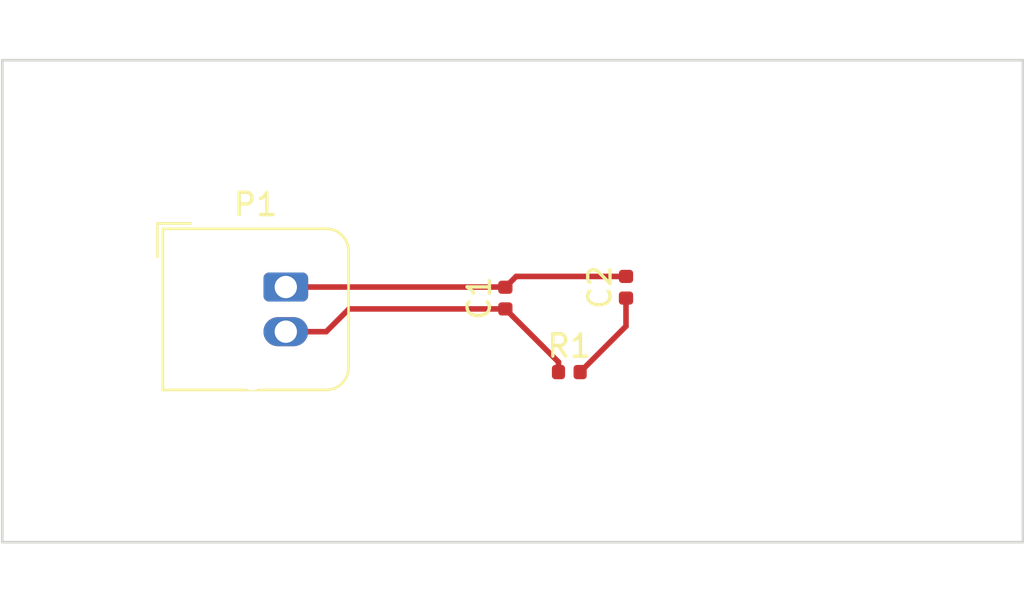
<source format=kicad_pcb>
(kicad_pcb (version 20171130) (host pcbnew 5.1.6+dfsg1-1)

  (general
    (thickness 1.6)
    (drawings 6)
    (tracks 44)
    (zones 0)
    (modules 4)
    (nets 4)
  )

  (page A4)
  (layers
    (0 F.Cu signal)
    (1 GND.Cu signal)
    (2 Signal1.Cu signal)
    (3 Signal2.Cu signal)
    (4 Power.Cu signal)
    (31 B.Cu signal)
    (32 B.Adhes user)
    (33 F.Adhes user)
    (34 B.Paste user)
    (35 F.Paste user)
    (36 B.SilkS user)
    (37 F.SilkS user)
    (38 B.Mask user)
    (39 F.Mask user)
    (40 Dwgs.User user)
    (41 Cmts.User user)
    (42 Eco1.User user)
    (43 Eco2.User user)
    (44 Edge.Cuts user)
    (45 Margin user)
    (46 B.CrtYd user)
    (47 F.CrtYd user)
    (48 B.Fab user)
    (49 F.Fab user)
  )

  (setup
    (last_trace_width 0.25)
    (trace_clearance 0.2)
    (zone_clearance 0.508)
    (zone_45_only no)
    (trace_min 0.2)
    (via_size 0.8)
    (via_drill 0.4)
    (via_min_size 0.4)
    (via_min_drill 0.3)
    (uvia_size 0.3)
    (uvia_drill 0.1)
    (uvias_allowed no)
    (uvia_min_size 0.2)
    (uvia_min_drill 0.1)
    (edge_width 0.05)
    (segment_width 0.2)
    (pcb_text_width 0.3)
    (pcb_text_size 1.5 1.5)
    (mod_edge_width 0.12)
    (mod_text_size 1 1)
    (mod_text_width 0.15)
    (pad_size 1.524 1.524)
    (pad_drill 0.762)
    (pad_to_mask_clearance 0.051)
    (solder_mask_min_width 0.25)
    (aux_axis_origin 0 0)
    (visible_elements FFFFFF7F)
    (pcbplotparams
      (layerselection 0x010fc_ffffffff)
      (usegerberextensions false)
      (usegerberattributes false)
      (usegerberadvancedattributes false)
      (creategerberjobfile false)
      (excludeedgelayer true)
      (linewidth 0.100000)
      (plotframeref false)
      (viasonmask false)
      (mode 1)
      (useauxorigin false)
      (hpglpennumber 1)
      (hpglpenspeed 20)
      (hpglpendiameter 15.000000)
      (psnegative false)
      (psa4output false)
      (plotreference true)
      (plotvalue true)
      (plotinvisibletext false)
      (padsonsilk false)
      (subtractmaskfromsilk false)
      (outputformat 1)
      (mirror false)
      (drillshape 1)
      (scaleselection 1)
      (outputdirectory ""))
  )

  (net 0 "")
  (net 1 /Power/VCC)
  (net 2 GND)
  (net 3 "Net-(C2-Pad1)")

  (net_class Default "This is the default net class."
    (clearance 0.2)
    (trace_width 0.25)
    (via_dia 0.8)
    (via_drill 0.4)
    (uvia_dia 0.3)
    (uvia_drill 0.1)
    (add_net /Power/VCC)
    (add_net GND)
    (add_net "Net-(C2-Pad1)")
  )

  (module Capacitor_SMD:C_0402_1005Metric (layer F.Cu) (tedit 5B301BBE) (tstamp 5CA72801)
    (at 164.775001 80.505001 90)
    (descr "Capacitor SMD 0402 (1005 Metric), square (rectangular) end terminal, IPC_7351 nominal, (Body size source: http://www.tortai-tech.com/upload/download/2011102023233369053.pdf), generated with kicad-footprint-generator")
    (tags capacitor)
    (path /5CA71704/5CA745A6)
    (attr smd)
    (fp_text reference C1 (at 0 -1.17 90) (layer F.SilkS)
      (effects (font (size 1 1) (thickness 0.15)))
    )
    (fp_text value C (at 0 1.17 90) (layer F.Fab)
      (effects (font (size 1 1) (thickness 0.15)))
    )
    (fp_line (start 0.93 0.47) (end -0.93 0.47) (layer F.CrtYd) (width 0.05))
    (fp_line (start 0.93 -0.47) (end 0.93 0.47) (layer F.CrtYd) (width 0.05))
    (fp_line (start -0.93 -0.47) (end 0.93 -0.47) (layer F.CrtYd) (width 0.05))
    (fp_line (start -0.93 0.47) (end -0.93 -0.47) (layer F.CrtYd) (width 0.05))
    (fp_line (start 0.5 0.25) (end -0.5 0.25) (layer F.Fab) (width 0.1))
    (fp_line (start 0.5 -0.25) (end 0.5 0.25) (layer F.Fab) (width 0.1))
    (fp_line (start -0.5 -0.25) (end 0.5 -0.25) (layer F.Fab) (width 0.1))
    (fp_line (start -0.5 0.25) (end -0.5 -0.25) (layer F.Fab) (width 0.1))
    (fp_text user %R (at 0 0 90) (layer F.Fab)
      (effects (font (size 0.25 0.25) (thickness 0.04)))
    )
    (pad 1 smd roundrect (at -0.485 0 90) (size 0.59 0.64) (layers F.Cu F.Paste F.Mask) (roundrect_rratio 0.25)
      (net 1 /Power/VCC))
    (pad 2 smd roundrect (at 0.485 0 90) (size 0.59 0.64) (layers F.Cu F.Paste F.Mask) (roundrect_rratio 0.25)
      (net 2 GND))
    (model ${KIPRJMOD}/3D/C_0402_1005Metric.wrl
      (at (xyz 0 0 0))
      (scale (xyz 1 1 1))
      (rotate (xyz 0 0 0))
    )
  )

  (module Capacitor_SMD:C_0402_1005Metric (layer F.Cu) (tedit 5B301BBE) (tstamp 5CA72810)
    (at 170.18 80.020001 90)
    (descr "Capacitor SMD 0402 (1005 Metric), square (rectangular) end terminal, IPC_7351 nominal, (Body size source: http://www.tortai-tech.com/upload/download/2011102023233369053.pdf), generated with kicad-footprint-generator")
    (tags capacitor)
    (path /5CA75BC1/5CA76352)
    (attr smd)
    (fp_text reference C2 (at 0 -1.17 90) (layer F.SilkS)
      (effects (font (size 1 1) (thickness 0.15)))
    )
    (fp_text value C (at 0 1.17 90) (layer F.Fab)
      (effects (font (size 1 1) (thickness 0.15)))
    )
    (fp_line (start -0.5 0.25) (end -0.5 -0.25) (layer F.Fab) (width 0.1))
    (fp_line (start -0.5 -0.25) (end 0.5 -0.25) (layer F.Fab) (width 0.1))
    (fp_line (start 0.5 -0.25) (end 0.5 0.25) (layer F.Fab) (width 0.1))
    (fp_line (start 0.5 0.25) (end -0.5 0.25) (layer F.Fab) (width 0.1))
    (fp_line (start -0.93 0.47) (end -0.93 -0.47) (layer F.CrtYd) (width 0.05))
    (fp_line (start -0.93 -0.47) (end 0.93 -0.47) (layer F.CrtYd) (width 0.05))
    (fp_line (start 0.93 -0.47) (end 0.93 0.47) (layer F.CrtYd) (width 0.05))
    (fp_line (start 0.93 0.47) (end -0.93 0.47) (layer F.CrtYd) (width 0.05))
    (fp_text user %R (at 0 0 90) (layer F.Fab)
      (effects (font (size 0.25 0.25) (thickness 0.04)))
    )
    (pad 2 smd roundrect (at 0.485 0 90) (size 0.59 0.64) (layers F.Cu F.Paste F.Mask) (roundrect_rratio 0.25)
      (net 2 GND))
    (pad 1 smd roundrect (at -0.485 0 90) (size 0.59 0.64) (layers F.Cu F.Paste F.Mask) (roundrect_rratio 0.25)
      (net 3 "Net-(C2-Pad1)"))
    (model ${KIPRJMOD}/3D/C_0402_1005Metric.wrl
      (at (xyz 0 0 0))
      (scale (xyz 1 1 1))
      (rotate (xyz 0 0 0))
    )
  )

  (module Connector_JST:JST_JWPF_B02B-JWPF-SK-R_1x02_P2.00mm_Vertical (layer F.Cu) (tedit 5B772B89) (tstamp 5CA7282D)
    (at 154.94 80.01)
    (descr "JST JWPF series connector, B02B-JWPF-SK-R (http://www.jst-mfg.com/product/pdf/eng/eJWPF1.pdf), generated with kicad-footprint-generator")
    (tags "connector JST JWPF side entry")
    (path /5CA71704/5CA714F2)
    (fp_text reference P1 (at -1.35 -3.7) (layer F.SilkS)
      (effects (font (size 1 1) (thickness 0.15)))
    )
    (fp_text value CONN_01X02 (at -1.35 5.7) (layer F.Fab)
      (effects (font (size 1 1) (thickness 0.15)))
    )
    (fp_line (start 0 -1.15) (end -0.375 -1.9) (layer F.Fab) (width 0.1))
    (fp_line (start 0.375 -1.9) (end 0 -1.15) (layer F.Fab) (width 0.1))
    (fp_line (start -0.375 -1.9) (end 0.375 -1.9) (layer F.Fab) (width 0.1))
    (fp_line (start -5.75 -2.85) (end -4.25 -2.85) (layer F.SilkS) (width 0.12))
    (fp_line (start -5.75 -1.35) (end -5.75 -2.85) (layer F.SilkS) (width 0.12))
    (fp_line (start 2.81 -1.61) (end 2.81 3.61) (layer F.SilkS) (width 0.12))
    (fp_line (start -5.51 4.61) (end 1.81 4.61) (layer F.SilkS) (width 0.12))
    (fp_line (start -5.51 -2.61) (end -5.51 4.61) (layer F.SilkS) (width 0.12))
    (fp_line (start 1.81 -2.61) (end -5.51 -2.61) (layer F.SilkS) (width 0.12))
    (fp_line (start 2.7 -1.5) (end 2.7 3.5) (layer F.Fab) (width 0.1))
    (fp_line (start -5.4 4.5) (end 1.7 4.5) (layer F.Fab) (width 0.1))
    (fp_line (start -5.4 -2.5) (end -5.4 4.5) (layer F.Fab) (width 0.1))
    (fp_line (start 1.7 -2.5) (end -5.4 -2.5) (layer F.Fab) (width 0.1))
    (fp_line (start 3.2 -3) (end -5.9 -3) (layer F.CrtYd) (width 0.05))
    (fp_line (start 3.2 5) (end 3.2 -3) (layer F.CrtYd) (width 0.05))
    (fp_line (start -5.9 5) (end 3.2 5) (layer F.CrtYd) (width 0.05))
    (fp_line (start -5.9 -3) (end -5.9 5) (layer F.CrtYd) (width 0.05))
    (fp_arc (start 1.7 -1.5) (end 1.7 -2.5) (angle 90) (layer F.Fab) (width 0.1))
    (fp_arc (start 1.7 3.5) (end 2.7 3.5) (angle 90) (layer F.Fab) (width 0.1))
    (fp_arc (start 1.81 -1.61) (end 1.81 -2.61) (angle 90) (layer F.SilkS) (width 0.12))
    (fp_arc (start 1.81 3.61) (end 2.81 3.61) (angle 90) (layer F.SilkS) (width 0.12))
    (fp_text user %R (at -4.7 1 90) (layer F.Fab)
      (effects (font (size 1 1) (thickness 0.15)))
    )
    (pad 1 thru_hole roundrect (at 0 0) (size 2 1.3) (drill 1) (layers *.Cu *.Mask) (roundrect_rratio 0.192308)
      (net 2 GND))
    (pad 2 thru_hole oval (at 0 2) (size 2 1.3) (drill 1) (layers *.Cu *.Mask)
      (net 1 /Power/VCC))
    (pad "" np_thru_hole circle (at -1.5 4.05) (size 1.15 1.15) (drill 1.15) (layers *.Cu *.Mask))
    (model ${KIPRJMOD}/3D/B02B-JWPF-SK-R.step
      (offset (xyz -3.2 -4.5 -8))
      (scale (xyz 1 1 1))
      (rotate (xyz 0 0 -90))
    )
  )

  (module Resistor_SMD:R_0402_1005Metric (layer F.Cu) (tedit 5B301BBD) (tstamp 5CA7283C)
    (at 167.64 83.82)
    (descr "Resistor SMD 0402 (1005 Metric), square (rectangular) end terminal, IPC_7351 nominal, (Body size source: http://www.tortai-tech.com/upload/download/2011102023233369053.pdf), generated with kicad-footprint-generator")
    (tags resistor)
    (path /5CA75BC1/5CA75C86)
    (attr smd)
    (fp_text reference R1 (at 0 -1.17) (layer F.SilkS)
      (effects (font (size 1 1) (thickness 0.15)))
    )
    (fp_text value R (at 0 1.17) (layer F.Fab)
      (effects (font (size 1 1) (thickness 0.15)))
    )
    (fp_line (start 0.93 0.47) (end -0.93 0.47) (layer F.CrtYd) (width 0.05))
    (fp_line (start 0.93 -0.47) (end 0.93 0.47) (layer F.CrtYd) (width 0.05))
    (fp_line (start -0.93 -0.47) (end 0.93 -0.47) (layer F.CrtYd) (width 0.05))
    (fp_line (start -0.93 0.47) (end -0.93 -0.47) (layer F.CrtYd) (width 0.05))
    (fp_line (start 0.5 0.25) (end -0.5 0.25) (layer F.Fab) (width 0.1))
    (fp_line (start 0.5 -0.25) (end 0.5 0.25) (layer F.Fab) (width 0.1))
    (fp_line (start -0.5 -0.25) (end 0.5 -0.25) (layer F.Fab) (width 0.1))
    (fp_line (start -0.5 0.25) (end -0.5 -0.25) (layer F.Fab) (width 0.1))
    (fp_text user %R (at 0 0) (layer F.Fab)
      (effects (font (size 0.25 0.25) (thickness 0.04)))
    )
    (pad 1 smd roundrect (at -0.485 0) (size 0.59 0.64) (layers F.Cu F.Paste F.Mask) (roundrect_rratio 0.25)
      (net 1 /Power/VCC))
    (pad 2 smd roundrect (at 0.485 0) (size 0.59 0.64) (layers F.Cu F.Paste F.Mask) (roundrect_rratio 0.25)
      (net 3 "Net-(C2-Pad1)"))
    (model ${KIPRJMOD}/3D/R_0402_1005Metric.wrl
      (at (xyz 0 0 0))
      (scale (xyz 1 1 1))
      (rotate (xyz 0 0 0))
    )
  )

  (gr_text "Text in Cmts.User" (at 149 93) (layer Cmts.User)
    (effects (font (size 1 1) (thickness 0.15)))
  )
  (gr_text "Text in Dwgs.User" (at 149 68) (layer Dwgs.User)
    (effects (font (size 1 1) (thickness 0.15)))
  )
  (gr_line (start 187.96 69.85) (end 142.24 69.85) (layer Edge.Cuts) (width 0.12))
  (gr_line (start 187.96 91.44) (end 187.96 69.85) (layer Edge.Cuts) (width 0.12))
  (gr_line (start 142.24 91.44) (end 187.96 91.44) (layer Edge.Cuts) (width 0.12))
  (gr_line (start 142.24 69.85) (end 142.24 91.44) (layer Edge.Cuts) (width 0.12))

  (segment (start 160 73) (end 180 73) (width 0.25) (layer GND.Cu) (net 2))
  (segment (start 180 73) (end 180 88) (width 0.25) (layer GND.Cu) (net 2))
  (segment (start 180 88) (end 160 88) (width 0.25) (layer Signal1.Cu) (net 1))
  (segment (start 161 87) (end 179 87) (width 0.25) (layer Signal2.Cu) (net 2))
  (segment (start 179 87) (end 179 74) (width 0.25) (layer Signal2.Cu) (net 2))
  (segment (start 161 74) (end 179 74) (width 0.25) (layer Power.Cu) (net 1))
  (segment (start 179 74) (end 160.995 74) (width 0.25) (layer Signal2.Cu) (net 2))
  (segment (start 160.995 74) (end 161 74.005) (width 0.25) (layer Signal2.Cu) (net 2))
  (segment (start 180 88) (end 160.009 88) (width 0.25) (layer GND.Cu) (net 2))
  (segment (start 160.009 88) (end 160 87.991) (width 0.25) (layer GND.Cu) (net 2))
  (segment (start 167.155 83.37) (end 165.1 81.315) (width 0.25) (layer F.Cu) (net 1))
  (segment (start 167.155 83.82) (end 167.155 83.37) (width 0.25) (layer F.Cu) (net 1))
  (segment (start 165.1 81.315) (end 164.775001 80.990001) (width 0.25) (layer F.Cu) (net 1))
  (segment (start 164.775001 80.990001) (end 157.769999 80.990001) (width 0.25) (layer F.Cu) (net 1))
  (segment (start 156.75 82.01) (end 154.94 82.01) (width 0.25) (layer F.Cu) (net 1))
  (segment (start 157.769999 80.990001) (end 156.75 82.01) (width 0.25) (layer F.Cu) (net 1))
  (segment (start 159.9226 82.01) (end 160 82.0874) (width 0.25) (layer Signal1.Cu) (net 1))
  (segment (start 154.94 82.01) (end 159.9226 82.01) (width 0.25) (layer Signal1.Cu) (net 1))
  (segment (start 160 82.0874) (end 160 73) (width 0.25) (layer Signal1.Cu) (net 1))
  (segment (start 160 88) (end 160 82.0874) (width 0.25) (layer Signal1.Cu) (net 1))
  (segment (start 180 88) (end 180 73.0152) (width 0.25) (layer Signal1.Cu) (net 1))
  (segment (start 179.9848 73) (end 160 73) (width 0.25) (layer Signal1.Cu) (net 1))
  (segment (start 180 73.0152) (end 179.9848 73) (width 0.25) (layer Signal1.Cu) (net 1))
  (segment (start 160.9786 82.01) (end 161 82.0314) (width 0.25) (layer Power.Cu) (net 1))
  (segment (start 154.94 82.01) (end 160.9786 82.01) (width 0.25) (layer Power.Cu) (net 1))
  (segment (start 161 82.0314) (end 161 87) (width 0.25) (layer Power.Cu) (net 1))
  (segment (start 161 74) (end 161 82.0314) (width 0.25) (layer Power.Cu) (net 1))
  (segment (start 161 87) (end 178.9888 87) (width 0.25) (layer Power.Cu) (net 1))
  (segment (start 179 86.9888) (end 179 74) (width 0.25) (layer Power.Cu) (net 1))
  (segment (start 178.9888 87) (end 179 86.9888) (width 0.25) (layer Power.Cu) (net 1))
  (segment (start 164.765 80.01) (end 164.775001 80.020001) (width 0.25) (layer F.Cu) (net 2))
  (segment (start 154.94 80.01) (end 164.765 80.01) (width 0.25) (layer F.Cu) (net 2))
  (segment (start 165.260001 79.535001) (end 170.18 79.535001) (width 0.25) (layer F.Cu) (net 2))
  (segment (start 164.775001 80.020001) (end 165.260001 79.535001) (width 0.25) (layer F.Cu) (net 2))
  (segment (start 154.9708 79.9792) (end 154.94 80.01) (width 0.25) (layer GND.Cu) (net 2))
  (segment (start 160 79.9792) (end 154.9708 79.9792) (width 0.25) (layer GND.Cu) (net 2))
  (segment (start 160 87.991) (end 160 79.9792) (width 0.25) (layer GND.Cu) (net 2))
  (segment (start 160 79.9792) (end 160 73) (width 0.25) (layer GND.Cu) (net 2))
  (segment (start 160.9852 80.01) (end 161 80.0248) (width 0.25) (layer Signal2.Cu) (net 2))
  (segment (start 154.94 80.01) (end 160.9852 80.01) (width 0.25) (layer Signal2.Cu) (net 2))
  (segment (start 161 80.0248) (end 161 87) (width 0.25) (layer Signal2.Cu) (net 2))
  (segment (start 161 74.005) (end 161 80.0248) (width 0.25) (layer Signal2.Cu) (net 2))
  (segment (start 170.18 81.765) (end 168.125 83.82) (width 0.25) (layer F.Cu) (net 3))
  (segment (start 170.18 80.505001) (end 170.18 81.765) (width 0.25) (layer F.Cu) (net 3))

)

</source>
